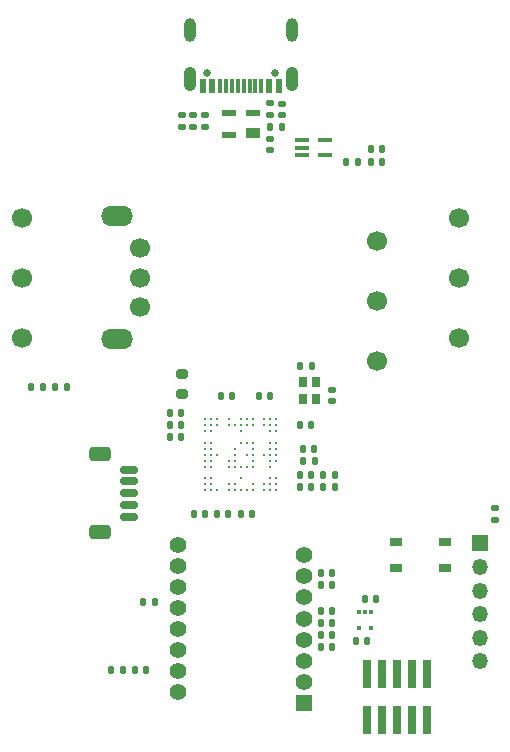
<source format=gbr>
%TF.GenerationSoftware,KiCad,Pcbnew,6.0.7+dfsg-1~bpo11+1*%
%TF.CreationDate,2022-10-07T12:23:39+00:00*%
%TF.ProjectId,redshift,72656473-6869-4667-942e-6b696361645f,0.2*%
%TF.SameCoordinates,Original*%
%TF.FileFunction,Soldermask,Top*%
%TF.FilePolarity,Negative*%
%FSLAX46Y46*%
G04 Gerber Fmt 4.6, Leading zero omitted, Abs format (unit mm)*
G04 Created by KiCad (PCBNEW 6.0.7+dfsg-1~bpo11+1) date 2022-10-07 12:23:39*
%MOMM*%
%LPD*%
G01*
G04 APERTURE LIST*
G04 Aperture macros list*
%AMRoundRect*
0 Rectangle with rounded corners*
0 $1 Rounding radius*
0 $2 $3 $4 $5 $6 $7 $8 $9 X,Y pos of 4 corners*
0 Add a 4 corners polygon primitive as box body*
4,1,4,$2,$3,$4,$5,$6,$7,$8,$9,$2,$3,0*
0 Add four circle primitives for the rounded corners*
1,1,$1+$1,$2,$3*
1,1,$1+$1,$4,$5*
1,1,$1+$1,$6,$7*
1,1,$1+$1,$8,$9*
0 Add four rect primitives between the rounded corners*
20,1,$1+$1,$2,$3,$4,$5,0*
20,1,$1+$1,$4,$5,$6,$7,0*
20,1,$1+$1,$6,$7,$8,$9,0*
20,1,$1+$1,$8,$9,$2,$3,0*%
G04 Aperture macros list end*
%ADD10RoundRect,0.135000X0.135000X0.185000X-0.135000X0.185000X-0.135000X-0.185000X0.135000X-0.185000X0*%
%ADD11RoundRect,0.147500X0.147500X0.172500X-0.147500X0.172500X-0.147500X-0.172500X0.147500X-0.172500X0*%
%ADD12RoundRect,0.140000X-0.140000X-0.170000X0.140000X-0.170000X0.140000X0.170000X-0.140000X0.170000X0*%
%ADD13RoundRect,0.140000X0.140000X0.170000X-0.140000X0.170000X-0.140000X-0.170000X0.140000X-0.170000X0*%
%ADD14RoundRect,0.140000X-0.170000X0.140000X-0.170000X-0.140000X0.170000X-0.140000X0.170000X0.140000X0*%
%ADD15C,1.700000*%
%ADD16O,2.700000X1.700000*%
%ADD17RoundRect,0.147500X-0.147500X-0.172500X0.147500X-0.172500X0.147500X0.172500X-0.147500X0.172500X0*%
%ADD18C,0.650000*%
%ADD19R,0.600000X1.150000*%
%ADD20R,0.300000X1.150000*%
%ADD21O,1.050000X2.100000*%
%ADD22O,1.000000X2.000000*%
%ADD23RoundRect,0.200000X0.275000X-0.200000X0.275000X0.200000X-0.275000X0.200000X-0.275000X-0.200000X0*%
%ADD24R,0.300000X0.450000*%
%ADD25RoundRect,0.140000X0.170000X-0.140000X0.170000X0.140000X-0.170000X0.140000X-0.170000X-0.140000X0*%
%ADD26R,0.800000X0.900000*%
%ADD27R,1.170000X0.400000*%
%ADD28R,1.050000X0.650000*%
%ADD29RoundRect,0.147500X-0.172500X0.147500X-0.172500X-0.147500X0.172500X-0.147500X0.172500X0.147500X0*%
%ADD30RoundRect,0.135000X-0.185000X0.135000X-0.185000X-0.135000X0.185000X-0.135000X0.185000X0.135000X0*%
%ADD31RoundRect,0.135000X-0.135000X-0.185000X0.135000X-0.185000X0.135000X0.185000X-0.135000X0.185000X0*%
%ADD32RoundRect,0.135000X0.185000X-0.135000X0.185000X0.135000X-0.185000X0.135000X-0.185000X-0.135000X0*%
%ADD33RoundRect,0.150000X0.625000X-0.150000X0.625000X0.150000X-0.625000X0.150000X-0.625000X-0.150000X0*%
%ADD34RoundRect,0.250000X0.650000X-0.350000X0.650000X0.350000X-0.650000X0.350000X-0.650000X-0.350000X0*%
%ADD35R,0.740000X2.400000*%
%ADD36R,1.350000X1.350000*%
%ADD37O,1.350000X1.350000*%
%ADD38R,1.168400X0.889000*%
%ADD39R,1.168400X0.482600*%
%ADD40R,1.400000X1.400000*%
%ADD41C,1.400000*%
%ADD42C,0.240000*%
%ADD43RoundRect,0.147500X0.172500X-0.147500X0.172500X0.147500X-0.172500X0.147500X-0.172500X-0.147500X0*%
G04 APERTURE END LIST*
D10*
%TO.C,R6*%
X145510000Y-95750000D03*
X144490000Y-95750000D03*
%TD*%
D11*
%TO.C,FB1*%
X140985000Y-65250000D03*
X140015000Y-65250000D03*
%TD*%
D12*
%TO.C,C24*%
X142790000Y-93500000D03*
X143750000Y-93500000D03*
%TD*%
D13*
%TO.C,C11*%
X132480000Y-91500000D03*
X131520000Y-91500000D03*
%TD*%
%TO.C,C13*%
X132480000Y-89500000D03*
X131520000Y-89500000D03*
%TD*%
D12*
%TO.C,C10*%
X148520000Y-67100000D03*
X149480000Y-67100000D03*
%TD*%
D14*
%TO.C,C8*%
X140000000Y-66250000D03*
X140000000Y-67210000D03*
%TD*%
D15*
%TO.C,ENC1*%
X129000000Y-80500000D03*
X129000000Y-78000000D03*
X129000000Y-75500000D03*
D16*
X127000000Y-72800000D03*
X127000000Y-83200000D03*
%TD*%
D12*
%TO.C,C14*%
X135790000Y-88000000D03*
X136750000Y-88000000D03*
%TD*%
%TO.C,C20*%
X144270000Y-109250000D03*
X145230000Y-109250000D03*
%TD*%
D17*
%TO.C,D3*%
X142520000Y-94750000D03*
X143490000Y-94750000D03*
%TD*%
D18*
%TO.C,J1*%
X134610000Y-60680000D03*
X140390000Y-60680000D03*
D19*
X140700000Y-61755000D03*
X139900000Y-61755000D03*
D20*
X138750000Y-61755000D03*
X137750000Y-61755000D03*
X137250000Y-61755000D03*
X136250000Y-61755000D03*
D19*
X134300000Y-61755000D03*
X135100000Y-61755000D03*
D20*
X135750000Y-61755000D03*
X136750000Y-61755000D03*
X138250000Y-61755000D03*
X139250000Y-61755000D03*
D21*
X141820000Y-61180000D03*
D22*
X141820000Y-57000000D03*
X133180000Y-57000000D03*
D21*
X133180000Y-61180000D03*
%TD*%
D23*
%TO.C,L1*%
X132500000Y-87825000D03*
X132500000Y-86175000D03*
%TD*%
D17*
%TO.C,D4*%
X142515000Y-95750000D03*
X143485000Y-95750000D03*
%TD*%
D12*
%TO.C,C2*%
X148020000Y-105250000D03*
X148980000Y-105250000D03*
%TD*%
D24*
%TO.C,U3*%
X148500000Y-106300000D03*
X148000000Y-106300000D03*
X147500000Y-106300000D03*
X147500000Y-107700000D03*
X148500000Y-107700000D03*
%TD*%
D13*
%TO.C,C4*%
X136460000Y-98000000D03*
X135500000Y-98000000D03*
%TD*%
D25*
%TO.C,C15*%
X145250000Y-88480000D03*
X145250000Y-87520000D03*
%TD*%
D10*
%TO.C,R4*%
X122760000Y-87250000D03*
X121740000Y-87250000D03*
%TD*%
D26*
%TO.C,Y1*%
X143850000Y-88250000D03*
X143850000Y-86850000D03*
X142750000Y-86850000D03*
X142750000Y-88250000D03*
%TD*%
D14*
%TO.C,C1*%
X133500000Y-64270000D03*
X133500000Y-65230000D03*
%TD*%
D27*
%TO.C,U2*%
X142730000Y-66350000D03*
X142730000Y-67000000D03*
X142730000Y-67650000D03*
X144670000Y-67650000D03*
X144670000Y-66350000D03*
%TD*%
D12*
%TO.C,C23*%
X142540000Y-85500000D03*
X143500000Y-85500000D03*
%TD*%
%TO.C,C6*%
X142500000Y-90500000D03*
X143460000Y-90500000D03*
%TD*%
D11*
%TO.C,D5*%
X129485000Y-111250000D03*
X128515000Y-111250000D03*
%TD*%
D13*
%TO.C,C12*%
X132480000Y-90500000D03*
X131520000Y-90500000D03*
%TD*%
D28*
%TO.C,SW4*%
X150675000Y-102575000D03*
X154825000Y-102575000D03*
X154825000Y-100425000D03*
X150675000Y-100425000D03*
%TD*%
D12*
%TO.C,C22*%
X144270000Y-106250000D03*
X145230000Y-106250000D03*
%TD*%
D17*
%TO.C,D2*%
X119765000Y-87250000D03*
X120735000Y-87250000D03*
%TD*%
D29*
%TO.C,D7*%
X159000000Y-97515000D03*
X159000000Y-98485000D03*
%TD*%
D15*
%TO.C,SW3*%
X149000000Y-74920000D03*
X149000000Y-80000000D03*
X149000000Y-85080000D03*
%TD*%
D12*
%TO.C,C9*%
X139020000Y-88000000D03*
X139980000Y-88000000D03*
%TD*%
D30*
%TO.C,R1*%
X132500000Y-64240000D03*
X132500000Y-65260000D03*
%TD*%
D13*
%TO.C,C3*%
X134480000Y-98000000D03*
X133520000Y-98000000D03*
%TD*%
D31*
%TO.C,R7*%
X126480000Y-111250000D03*
X127500000Y-111250000D03*
%TD*%
D32*
%TO.C,R2*%
X140000000Y-64260000D03*
X140000000Y-63240000D03*
%TD*%
D11*
%TO.C,D6*%
X149485000Y-68200000D03*
X148515000Y-68200000D03*
%TD*%
D13*
%TO.C,C17*%
X145230000Y-103000000D03*
X144270000Y-103000000D03*
%TD*%
D12*
%TO.C,C7*%
X147270000Y-108750000D03*
X148230000Y-108750000D03*
%TD*%
D13*
%TO.C,C5*%
X138460000Y-98000000D03*
X137500000Y-98000000D03*
%TD*%
D12*
%TO.C,C16*%
X142770000Y-92500000D03*
X143730000Y-92500000D03*
%TD*%
D31*
%TO.C,R8*%
X129240000Y-105500000D03*
X130260000Y-105500000D03*
%TD*%
D33*
%TO.C,J2*%
X128075000Y-98250000D03*
X128075000Y-97250000D03*
X128075000Y-96250000D03*
X128075000Y-95250000D03*
X128075000Y-94250000D03*
D34*
X125550000Y-99550000D03*
X125550000Y-92950000D03*
%TD*%
D35*
%TO.C,J4*%
X148210000Y-115450000D03*
X148210000Y-111550000D03*
X149480000Y-115450000D03*
X149480000Y-111550000D03*
X150750000Y-115450000D03*
X150750000Y-111550000D03*
X152020000Y-115450000D03*
X152020000Y-111550000D03*
X153290000Y-115450000D03*
X153290000Y-111550000D03*
%TD*%
D36*
%TO.C,J3*%
X157750000Y-100500000D03*
D37*
X157750000Y-102500000D03*
X157750000Y-104500000D03*
X157750000Y-106500000D03*
X157750000Y-108500000D03*
X157750000Y-110500000D03*
%TD*%
D13*
%TO.C,C18*%
X145230000Y-104000000D03*
X144270000Y-104000000D03*
%TD*%
D10*
%TO.C,R5*%
X145520000Y-94750000D03*
X144500000Y-94750000D03*
%TD*%
D38*
%TO.C,D1*%
X138516343Y-65746800D03*
D39*
X138516343Y-64050000D03*
X136484343Y-64049999D03*
X136484343Y-65950001D03*
%TD*%
D40*
%TO.C,U1*%
X142850000Y-113985000D03*
D41*
X142850000Y-112205000D03*
X142850000Y-110425000D03*
X142850000Y-108645000D03*
X142850000Y-106865000D03*
X142850000Y-105085000D03*
X142850000Y-103305000D03*
X142850000Y-101525000D03*
X132150000Y-100635000D03*
X132150000Y-102415000D03*
X132150000Y-104195000D03*
X132150000Y-105975000D03*
X132150000Y-107755000D03*
X132150000Y-109535000D03*
X132150000Y-111315000D03*
X132150000Y-113095000D03*
%TD*%
D42*
%TO.C,IC1*%
X140500000Y-96000000D03*
X140000000Y-96000000D03*
X139500000Y-96000000D03*
X138500000Y-96000000D03*
X138000000Y-96000000D03*
X137500000Y-96000000D03*
X137000000Y-96000000D03*
X136500000Y-96000000D03*
X135500000Y-96000000D03*
X135000000Y-96000000D03*
X134500000Y-96000000D03*
X140500000Y-95500000D03*
X140000000Y-95500000D03*
X139500000Y-95500000D03*
X138500000Y-95500000D03*
X137000000Y-95500000D03*
X136500000Y-95500000D03*
X135000000Y-95500000D03*
X134500000Y-95500000D03*
X140500000Y-95000000D03*
X140000000Y-95000000D03*
X137500000Y-95000000D03*
X135000000Y-95000000D03*
X134500000Y-95000000D03*
X140000000Y-94000000D03*
X138500000Y-94000000D03*
X138000000Y-94000000D03*
X137500000Y-94000000D03*
X137000000Y-94000000D03*
X136500000Y-94000000D03*
X135000000Y-94000000D03*
X134500000Y-94000000D03*
X140500000Y-93500000D03*
X140000000Y-93500000D03*
X138500000Y-93500000D03*
X137000000Y-93500000D03*
X136500000Y-93500000D03*
X135000000Y-93500000D03*
X134500000Y-93500000D03*
X140500000Y-93000000D03*
X140000000Y-93000000D03*
X139500000Y-93000000D03*
X138500000Y-93000000D03*
X138000000Y-93000000D03*
X137000000Y-93000000D03*
X135500000Y-93000000D03*
X135000000Y-93000000D03*
X134500000Y-93000000D03*
X140500000Y-92500000D03*
X140000000Y-92500000D03*
X138500000Y-92500000D03*
X137000000Y-92500000D03*
X135000000Y-92500000D03*
X134500000Y-92500000D03*
X140500000Y-92000000D03*
X140000000Y-92000000D03*
X138500000Y-92000000D03*
X138000000Y-92000000D03*
X137500000Y-92000000D03*
X135000000Y-92000000D03*
X134500000Y-92000000D03*
X140500000Y-91000000D03*
X140000000Y-91000000D03*
X137500000Y-91000000D03*
X135000000Y-91000000D03*
X134500000Y-91000000D03*
X140500000Y-90500000D03*
X140000000Y-90500000D03*
X139500000Y-90500000D03*
X138500000Y-90500000D03*
X138000000Y-90500000D03*
X137500000Y-90500000D03*
X137000000Y-90500000D03*
X136500000Y-90500000D03*
X135500000Y-90500000D03*
X135000000Y-90500000D03*
X134500000Y-90500000D03*
X140500000Y-90000000D03*
X140000000Y-90000000D03*
X139500000Y-90000000D03*
X138500000Y-90000000D03*
X138000000Y-90000000D03*
X137500000Y-90000000D03*
X136500000Y-90000000D03*
X135500000Y-90000000D03*
X135000000Y-90000000D03*
X134500000Y-90000000D03*
%TD*%
D12*
%TO.C,C19*%
X144270000Y-108250000D03*
X145230000Y-108250000D03*
%TD*%
D15*
%TO.C,SW2*%
X156000000Y-72920000D03*
X156000000Y-78000000D03*
X156000000Y-83080000D03*
%TD*%
D43*
%TO.C,F1*%
X141000000Y-64235000D03*
X141000000Y-63265000D03*
%TD*%
D31*
%TO.C,R13*%
X146390000Y-68200000D03*
X147410000Y-68200000D03*
%TD*%
D12*
%TO.C,C21*%
X144290000Y-107250000D03*
X145250000Y-107250000D03*
%TD*%
D15*
%TO.C,SW1*%
X119000000Y-72920000D03*
X119000000Y-78000000D03*
X119000000Y-83080000D03*
%TD*%
D32*
%TO.C,R3*%
X134500000Y-65260000D03*
X134500000Y-64240000D03*
%TD*%
M02*

</source>
